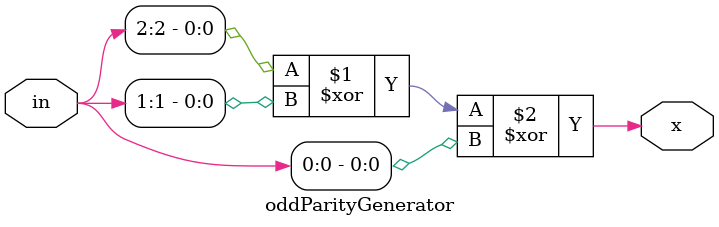
<source format=v>
`timescale 1ns / 1ps

module oddParityGenerator(in, x);
	input [2:0] in;
	output x;
	xor(x,in[2], in[1], in[0]);

endmodule

</source>
